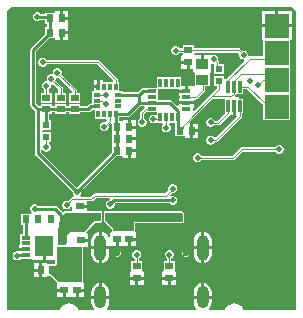
<source format=gbl>
G04*
G04 #@! TF.GenerationSoftware,Altium Limited,Altium Designer,24.4.1 (13)*
G04*
G04 Layer_Physical_Order=4*
G04 Layer_Color=16711680*
%FSLAX44Y44*%
%MOMM*%
G71*
G04*
G04 #@! TF.SameCoordinates,CC372D61-D2D5-4D84-A055-2445D59649BF*
G04*
G04*
G04 #@! TF.FilePolarity,Positive*
G04*
G01*
G75*
%ADD10C,0.2500*%
%ADD20R,0.6000X0.7000*%
%ADD21R,0.7000X0.6000*%
%ADD40R,0.6000X0.6000*%
%ADD41R,2.0000X2.0000*%
%ADD42C,0.1100*%
%ADD43C,0.1250*%
%ADD45C,0.6000*%
%ADD46O,1.0000X2.2000*%
%ADD47O,1.0000X1.9000*%
%ADD48C,0.5000*%
%ADD52R,0.6000X0.3000*%
%ADD53R,0.3000X0.6000*%
%ADD54R,1.0000X0.9000*%
%ADD55R,1.5500X1.7500*%
%ADD56R,0.8000X0.3000*%
%ADD57R,0.3000X0.8000*%
%ADD58R,0.8000X0.3000*%
%ADD59R,0.3000X0.9900*%
G36*
X969304Y834355D02*
X970833Y833333D01*
X971855Y831804D01*
X972205Y830044D01*
X972196Y830000D01*
Y580000D01*
X972165D01*
X972000Y579172D01*
X971531Y578469D01*
X970828Y578000D01*
X970000Y577835D01*
Y577804D01*
X928310D01*
X927643Y579413D01*
X926241Y581241D01*
X924413Y582643D01*
X922284Y583525D01*
X920000Y583825D01*
X920000Y583825D01*
X917716Y583525D01*
X915587Y582643D01*
X913759Y581241D01*
X912357Y579413D01*
X911691Y577804D01*
X898996D01*
X898564Y579074D01*
X898628Y579122D01*
X899836Y580698D01*
X900596Y582532D01*
X900855Y584500D01*
Y587730D01*
X893250D01*
X885645D01*
Y584500D01*
X885904Y582532D01*
X886664Y580698D01*
X887872Y579122D01*
X887936Y579074D01*
X887505Y577804D01*
X812495D01*
X812064Y579074D01*
X812128Y579122D01*
X813336Y580698D01*
X814096Y582532D01*
X814355Y584500D01*
Y587730D01*
X806750D01*
X799145D01*
Y584500D01*
X799404Y582532D01*
X800164Y580698D01*
X801372Y579122D01*
X801436Y579074D01*
X801004Y577804D01*
X788309D01*
X787643Y579413D01*
X786241Y581241D01*
X784413Y582643D01*
X782284Y583525D01*
X780000Y583825D01*
X777716Y583525D01*
X775587Y582643D01*
X773759Y581241D01*
X772357Y579413D01*
X771690Y577804D01*
X730000Y577804D01*
Y577835D01*
X729172Y578000D01*
X728469Y578469D01*
X728000Y579172D01*
X727835Y580000D01*
X727804D01*
Y830000D01*
X727795Y830044D01*
X728145Y831804D01*
X729167Y833333D01*
X730696Y834355D01*
X732456Y834705D01*
X732500Y834696D01*
X967500D01*
X967544Y834705D01*
X969304Y834355D01*
D02*
G37*
%LPC*%
G36*
X772730Y831040D02*
X768460D01*
Y830933D01*
X768250Y829750D01*
X767190Y829750D01*
X759750D01*
Y829090D01*
X756073D01*
X755443Y829720D01*
X754064Y830291D01*
X752573D01*
X751194Y829720D01*
X750139Y828665D01*
X749568Y827287D01*
Y825795D01*
X750139Y824417D01*
X751194Y823362D01*
X752573Y822791D01*
X754064D01*
X755443Y823362D01*
X756073Y823992D01*
X759750D01*
Y820250D01*
X761451D01*
Y817750D01*
X759750D01*
Y811855D01*
X748198Y800302D01*
X747645Y799475D01*
X747451Y798500D01*
Y752000D01*
X747645Y751024D01*
X748198Y750198D01*
X751451Y746944D01*
Y710678D01*
X751645Y709702D01*
X752198Y708875D01*
X783171Y677901D01*
Y677010D01*
X783742Y675632D01*
X784193Y675182D01*
X783667Y673912D01*
X783000D01*
X782268Y673766D01*
X781648Y673352D01*
X778958Y670662D01*
X778746Y670750D01*
X777254D01*
X775876Y670179D01*
X774821Y669124D01*
X774250Y667746D01*
Y666254D01*
X774821Y664876D01*
X775876Y663821D01*
X777254Y663250D01*
X778746D01*
X780124Y663821D01*
X781179Y664876D01*
X781750Y666254D01*
X782960Y666109D01*
Y661805D01*
X776612D01*
X776207Y661638D01*
X775784Y661523D01*
X775559Y661348D01*
X774273Y661280D01*
X769750Y665802D01*
X768923Y666355D01*
X767948Y666549D01*
X753754D01*
X753124Y667179D01*
X751746Y667750D01*
X750254D01*
X748876Y667179D01*
X747821Y666124D01*
X747250Y664746D01*
Y663254D01*
X747821Y661876D01*
X747823Y661873D01*
X747977Y661717D01*
X748460Y661040D01*
Y660933D01*
X748250Y659750D01*
X739750D01*
Y650250D01*
X741451D01*
Y642250D01*
X738750D01*
Y633540D01*
X737460D01*
Y630770D01*
X744000D01*
Y628230D01*
X737460D01*
Y628051D01*
X736912Y627685D01*
X735421D01*
X734042Y627114D01*
X732987Y626059D01*
X732416Y624681D01*
Y623189D01*
X732987Y621811D01*
X734042Y620756D01*
X735421Y620185D01*
X736912D01*
X738291Y620756D01*
X739285Y621750D01*
X748710D01*
Y620710D01*
X757730D01*
Y632000D01*
X760270D01*
Y620710D01*
X768647D01*
X768647Y617159D01*
X768238Y616750D01*
X761750Y616750D01*
X761540Y617933D01*
Y618040D01*
X757270D01*
Y612000D01*
Y605960D01*
X761540D01*
Y606067D01*
X761750Y607250D01*
X762810Y607250D01*
X764837D01*
X770277Y601810D01*
X769960Y600540D01*
X769960Y600331D01*
Y596270D01*
X776000D01*
Y595000D01*
X777270D01*
Y589460D01*
X785730D01*
Y595000D01*
X787000D01*
Y596270D01*
X793040D01*
Y600540D01*
X793040D01*
X792274Y601810D01*
X792353Y602000D01*
Y631460D01*
X796040D01*
Y635730D01*
X790000D01*
Y638270D01*
X796040D01*
Y642540D01*
X795933D01*
X795205Y642669D01*
X794907Y643861D01*
X802104Y652134D01*
X807000D01*
X807280Y652250D01*
X808250D01*
Y653239D01*
X808353Y653487D01*
Y660452D01*
X808250Y660701D01*
Y661750D01*
X807134D01*
X807000Y661805D01*
X795040D01*
Y664730D01*
X789000D01*
Y667270D01*
X795040D01*
Y670088D01*
X799000D01*
X799732Y670234D01*
X800352Y670648D01*
X802792Y673088D01*
X813940D01*
X814617Y671818D01*
X814254Y671250D01*
X812876Y670679D01*
X811821Y669624D01*
X811250Y668246D01*
Y666754D01*
X811821Y665376D01*
X812876Y664321D01*
X814254Y663750D01*
X815746D01*
X817124Y664321D01*
X818179Y665376D01*
X818750Y666754D01*
Y668149D01*
X819052Y668451D01*
X865246D01*
X865876Y667821D01*
X867254Y667250D01*
X868746D01*
X870124Y667821D01*
X871179Y668876D01*
X871750Y670254D01*
Y671746D01*
X871179Y673124D01*
X870124Y674179D01*
X868746Y674750D01*
X867254D01*
X866120Y674280D01*
X865803Y674304D01*
X865464Y674901D01*
X865420Y675717D01*
X867042Y677338D01*
X867254Y677250D01*
X868746D01*
X870124Y677821D01*
X871179Y678876D01*
X871750Y680254D01*
Y681746D01*
X871179Y683124D01*
X870124Y684179D01*
X868746Y684750D01*
X867254D01*
X865876Y684179D01*
X864821Y683124D01*
X864250Y681746D01*
Y680254D01*
X864338Y680042D01*
X861208Y676912D01*
X802000D01*
X801268Y676766D01*
X800648Y676352D01*
X798208Y673912D01*
X790176D01*
X789650Y675182D01*
X790100Y675632D01*
X790671Y677010D01*
Y678502D01*
X790652Y678548D01*
X820355Y708250D01*
X825250Y708250D01*
X825460Y707067D01*
Y706960D01*
X829730D01*
Y713000D01*
X831000D01*
Y714270D01*
X836540D01*
Y716960D01*
Y721730D01*
X831000D01*
Y724270D01*
X836540D01*
Y726960D01*
Y731730D01*
X831000D01*
Y733000D01*
X829730D01*
Y739040D01*
X825460D01*
Y738933D01*
X825250Y737750D01*
X823447Y737750D01*
X822717Y738480D01*
X822750Y739750D01*
X822750D01*
Y741451D01*
X829725D01*
X830701Y741645D01*
X831527Y742198D01*
X840281Y750951D01*
X843645D01*
X844028Y750146D01*
X844086Y749681D01*
X840702Y746298D01*
X840304Y745702D01*
X840165Y745000D01*
Y740299D01*
X839876Y740179D01*
X838821Y739124D01*
X838250Y737746D01*
Y736254D01*
X838821Y734876D01*
X839876Y733821D01*
X841254Y733250D01*
X842746D01*
X844124Y733821D01*
X845179Y734876D01*
X845750Y736254D01*
Y737746D01*
X845179Y739124D01*
X844124Y740179D01*
X843835Y740299D01*
Y744240D01*
X845345Y745750D01*
X854750D01*
Y743673D01*
X853480Y743122D01*
X852379Y743578D01*
X850887D01*
X849508Y743007D01*
X848454Y741952D01*
X847883Y740574D01*
Y739082D01*
X848454Y737704D01*
X849508Y736649D01*
X850887Y736078D01*
X852379D01*
X853480Y736534D01*
X854750Y736250D01*
Y736250D01*
X859233D01*
X859759Y734980D01*
X859220Y734441D01*
X858649Y733063D01*
Y731571D01*
X859220Y730193D01*
X860275Y729138D01*
X861654Y728567D01*
X863145D01*
X864524Y729138D01*
X865579Y730193D01*
X866149Y731571D01*
Y733063D01*
X865579Y734441D01*
X865040Y734980D01*
X865566Y736250D01*
X869951D01*
Y734750D01*
X869750D01*
Y725250D01*
X878250D01*
X878460Y724067D01*
Y723960D01*
X882730D01*
Y730000D01*
Y736040D01*
X882293D01*
X881807Y737213D01*
X901758Y757165D01*
X910986D01*
X912250Y757150D01*
Y744750D01*
X912250Y744750D01*
X912250D01*
X911537Y743811D01*
X905845Y738119D01*
X903595D01*
X903179Y739124D01*
X902124Y740179D01*
X900746Y740750D01*
X899254D01*
X897876Y740179D01*
X896821Y739124D01*
X896250Y737746D01*
Y736254D01*
X896821Y734876D01*
X897876Y733821D01*
X899254Y733250D01*
X900746D01*
X902124Y733821D01*
X902752Y734449D01*
X906605D01*
X907308Y734588D01*
X907903Y734986D01*
X916298Y743381D01*
X916350Y743460D01*
X918730D01*
Y750950D01*
X921270D01*
Y743460D01*
X921808D01*
X922335Y742190D01*
X904470Y724326D01*
X903179Y724124D01*
X902124Y725179D01*
X900746Y725750D01*
X899254D01*
X897876Y725179D01*
X896821Y724124D01*
X896250Y722746D01*
Y721254D01*
X896821Y719876D01*
X897876Y718821D01*
X899254Y718250D01*
X900746D01*
X902124Y718821D01*
X903179Y719876D01*
X903299Y720165D01*
X904740D01*
X905442Y720304D01*
X906038Y720702D01*
X926136Y740801D01*
X926534Y741396D01*
X926673Y742098D01*
Y744750D01*
X927750D01*
Y757150D01*
X924040D01*
Y758440D01*
X921230D01*
X920744Y759613D01*
X920928Y759797D01*
X921326Y760392D01*
X921416Y760850D01*
X927750D01*
Y765215D01*
X931190D01*
X943697Y752708D01*
X944292Y752310D01*
X944750Y752219D01*
Y738750D01*
X967250D01*
Y761250D01*
X967250D01*
Y761750D01*
X967250D01*
Y784250D01*
X967250D01*
Y784750D01*
X967250D01*
Y806460D01*
X968540D01*
Y817730D01*
X956000D01*
X943460D01*
Y806460D01*
X944750D01*
Y792835D01*
X933000D01*
X932923Y792820D01*
X932729Y792892D01*
X931788Y793708D01*
X931750Y793783D01*
Y794746D01*
X931179Y796124D01*
X930124Y797179D01*
X928746Y797750D01*
X927254D01*
X926965Y797630D01*
X925298Y799298D01*
X924702Y799696D01*
X924000Y799835D01*
X885750D01*
Y802250D01*
X876250D01*
Y799601D01*
X873921D01*
X873802Y799890D01*
X872747Y800945D01*
X871368Y801516D01*
X869877D01*
X868498Y800945D01*
X867443Y799890D01*
X866872Y798512D01*
Y797020D01*
X867443Y795641D01*
X868498Y794587D01*
X869877Y794016D01*
X871368D01*
X872747Y794587D01*
X873802Y795641D01*
X873921Y795930D01*
X876250D01*
Y793750D01*
X875067Y793540D01*
X874960D01*
Y789270D01*
X881000D01*
Y788000D01*
X882270D01*
Y782460D01*
X885460D01*
Y779710D01*
X885774D01*
X886750Y779000D01*
X886750Y778440D01*
Y768770D01*
X886750Y768516D01*
X886040Y767540D01*
X885209Y767540D01*
X880770D01*
Y763500D01*
X879500D01*
Y762230D01*
X872960D01*
Y759460D01*
X874250D01*
Y757540D01*
X872960D01*
Y754770D01*
X879500D01*
X886040D01*
Y756319D01*
X887312D01*
X888014Y756458D01*
X888610Y756856D01*
X894510Y762756D01*
X894907Y763351D01*
X895047Y764054D01*
Y767500D01*
X899250D01*
Y778440D01*
X899250Y779000D01*
X900226Y779710D01*
X900540D01*
Y786017D01*
X901706Y786796D01*
X902750Y786170D01*
Y777750D01*
X911250D01*
Y786250D01*
X906835D01*
Y787958D01*
X906695Y788661D01*
X906298Y789256D01*
X906250Y789304D01*
X906458Y789807D01*
Y791298D01*
X905887Y792677D01*
X904832Y793732D01*
X903454Y794303D01*
X901962D01*
X901700Y794194D01*
X900540Y793790D01*
X900540Y793790D01*
X900540Y793790D01*
X894270D01*
Y786750D01*
X891730D01*
Y793790D01*
X886713D01*
X885750Y793790D01*
X885750Y795267D01*
X886648Y796165D01*
X923240D01*
X924370Y795035D01*
X924250Y794746D01*
Y793254D01*
X924821Y791876D01*
X925876Y790821D01*
X927254Y790250D01*
X927859D01*
X928385Y788980D01*
X913708Y774303D01*
X913310Y773708D01*
X912353Y773500D01*
X911250Y774336D01*
Y776250D01*
X902750D01*
Y767750D01*
X905165D01*
Y765762D01*
X899700Y760298D01*
X886020Y746617D01*
X884750Y747143D01*
Y749460D01*
X886040D01*
Y752230D01*
X879500D01*
X872960D01*
Y751555D01*
X871787Y751069D01*
X867553Y755302D01*
X866726Y755855D01*
X865751Y756049D01*
X855750D01*
Y765250D01*
X872960D01*
Y764770D01*
X878230D01*
Y767540D01*
X875250D01*
Y775750D01*
X854750D01*
Y766250D01*
X845250D01*
Y766049D01*
X842784D01*
X841809Y765855D01*
X840982Y765302D01*
X838718Y763039D01*
X838666Y763049D01*
X825750D01*
Y763250D01*
X822750D01*
Y771250D01*
X821818D01*
Y772593D01*
X821678Y773295D01*
X821280Y773891D01*
X805873Y789298D01*
X805278Y789696D01*
X804575Y789835D01*
X761299D01*
X761179Y790124D01*
X760124Y791179D01*
X758746Y791750D01*
X757254D01*
X755876Y791179D01*
X754821Y790124D01*
X754250Y788746D01*
Y787254D01*
X754821Y785876D01*
X755876Y784821D01*
X757254Y784250D01*
X758746D01*
X760124Y784821D01*
X761179Y785876D01*
X761299Y786165D01*
X803815D01*
X817460Y772520D01*
X816934Y771250D01*
X809040D01*
Y772540D01*
X806270D01*
Y767000D01*
X805000D01*
Y765730D01*
X800960D01*
Y763250D01*
X799250D01*
Y753049D01*
X799096D01*
X798120Y752855D01*
X797293Y752302D01*
X795486Y750495D01*
X789750D01*
Y752250D01*
X780250D01*
Y750549D01*
X777750D01*
Y752250D01*
X768250D01*
Y750549D01*
X765750D01*
Y752250D01*
X756250D01*
Y750732D01*
X754980Y750625D01*
X752549Y753056D01*
Y797444D01*
X763355Y808250D01*
X768250Y808250D01*
X768460Y807067D01*
Y806960D01*
X772730D01*
Y813000D01*
X774000D01*
Y814270D01*
X779540D01*
Y818960D01*
Y823730D01*
X774000D01*
Y825000D01*
X772730D01*
Y831040D01*
D02*
G37*
G36*
X779540D02*
X775270D01*
Y826270D01*
X779540D01*
Y831040D01*
D02*
G37*
G36*
X968540Y831540D02*
X957270D01*
Y820270D01*
X968540D01*
Y831540D01*
D02*
G37*
G36*
X954730D02*
X943460D01*
Y820270D01*
X954730D01*
Y831540D01*
D02*
G37*
G36*
X779540Y811730D02*
X775270D01*
Y806960D01*
X779540D01*
Y811730D01*
D02*
G37*
G36*
X879730Y786730D02*
X874960D01*
Y782460D01*
X879730D01*
Y786730D01*
D02*
G37*
G36*
X803730Y772540D02*
X800960D01*
Y768270D01*
X803730D01*
Y772540D01*
D02*
G37*
G36*
X770746Y782750D02*
X769254D01*
X767876Y782179D01*
X766821Y781124D01*
X766250Y779746D01*
Y778916D01*
X765898Y778102D01*
X765084Y777750D01*
X764254D01*
X762876Y777179D01*
X761821Y776124D01*
X761250Y774746D01*
Y773254D01*
X761347Y773020D01*
X760498Y771750D01*
X760254D01*
X758876Y771179D01*
X757821Y770124D01*
X757250Y768746D01*
Y767254D01*
X757821Y765876D01*
X758876Y764821D01*
X759165Y764701D01*
Y762250D01*
X756250D01*
Y753750D01*
X765750D01*
Y762250D01*
X762835D01*
Y764701D01*
X763124Y764821D01*
X764179Y765876D01*
X764750Y767254D01*
Y768746D01*
X765614Y769679D01*
X766608Y769797D01*
X771165Y765240D01*
Y762250D01*
X768250D01*
Y753750D01*
X777750D01*
Y762250D01*
X774835D01*
Y766000D01*
X774696Y766702D01*
X774298Y767298D01*
X768630Y772965D01*
X768750Y773254D01*
Y774084D01*
X769102Y774898D01*
X769916Y775250D01*
X770746D01*
X771035Y775370D01*
X782885Y763520D01*
X782488Y762250D01*
X780250D01*
Y753750D01*
X789750D01*
Y762250D01*
X786835D01*
Y764000D01*
X786696Y764702D01*
X786298Y765298D01*
X773630Y777965D01*
X773750Y778254D01*
Y779746D01*
X773179Y781124D01*
X772124Y782179D01*
X770746Y782750D01*
D02*
G37*
G36*
X836540Y739040D02*
X832270D01*
Y734270D01*
X836540D01*
Y739040D01*
D02*
G37*
G36*
X889540Y736040D02*
X885270D01*
Y731270D01*
X889540D01*
Y736040D01*
D02*
G37*
G36*
Y728730D02*
X885270D01*
Y723960D01*
X889540D01*
Y728730D01*
D02*
G37*
G36*
X958737Y717926D02*
X957245D01*
X955867Y717355D01*
X954812Y716301D01*
X954693Y716012D01*
X926176D01*
X925474Y715872D01*
X924879Y715474D01*
X918240Y708835D01*
X892299D01*
X892179Y709124D01*
X891124Y710179D01*
X889746Y710750D01*
X888254D01*
X886876Y710179D01*
X885821Y709124D01*
X885250Y707746D01*
Y706254D01*
X885821Y704876D01*
X886876Y703821D01*
X888254Y703250D01*
X889746D01*
X891124Y703821D01*
X892179Y704876D01*
X892299Y705165D01*
X919000D01*
X919702Y705304D01*
X920298Y705702D01*
X926936Y712341D01*
X954693D01*
X954812Y712052D01*
X955867Y710997D01*
X957245Y710426D01*
X958737D01*
X960116Y710997D01*
X961171Y712052D01*
X961741Y713430D01*
Y714922D01*
X961171Y716301D01*
X960116Y717355D01*
X958737Y717926D01*
D02*
G37*
G36*
X836540Y711730D02*
X832270D01*
Y706960D01*
X836540D01*
Y711730D01*
D02*
G37*
G36*
X875630Y661793D02*
X811000D01*
X810897Y661750D01*
X809750D01*
Y660688D01*
X809647Y660440D01*
Y653568D01*
X809657Y653545D01*
X809648Y653522D01*
X809750Y653297D01*
Y652250D01*
X810429D01*
X816187Y646872D01*
Y645000D01*
X816203Y644962D01*
X815825Y643674D01*
X815067Y643540D01*
X814960D01*
Y640201D01*
X813690Y639948D01*
X813336Y640803D01*
X812128Y642378D01*
X810553Y643586D01*
X808718Y644346D01*
X808020Y644438D01*
Y632270D01*
X814847D01*
X814960Y632460D01*
X815625Y632460D01*
X819730D01*
Y638000D01*
X822270D01*
Y632460D01*
X829730D01*
Y638000D01*
X831000D01*
Y639270D01*
X837040D01*
Y643540D01*
X837040D01*
X836274Y644810D01*
X836353Y645000D01*
Y651552D01*
X876424D01*
X876894Y651747D01*
X877367Y651935D01*
X877371Y651945D01*
X877381Y651949D01*
X877576Y652418D01*
X877777Y652886D01*
X877874Y659516D01*
X877872Y659520D01*
X877874Y659525D01*
X877681Y660001D01*
X877492Y660478D01*
X877487Y660480D01*
X877485Y660485D01*
X876593Y661390D01*
X876589Y661392D01*
X876587Y661397D01*
X876112Y661593D01*
X875640Y661793D01*
X875635Y661791D01*
X875630Y661793D01*
D02*
G37*
G36*
X837040Y636730D02*
X832270D01*
Y632460D01*
X837040D01*
Y636730D01*
D02*
G37*
G36*
X894520Y644438D02*
Y632270D01*
X900855D01*
Y637000D01*
X900596Y638968D01*
X899836Y640803D01*
X898628Y642378D01*
X897053Y643586D01*
X895218Y644346D01*
X894520Y644438D01*
D02*
G37*
G36*
X891980Y644438D02*
X891282Y644346D01*
X889447Y643586D01*
X887872Y642378D01*
X886664Y640803D01*
X885904Y638968D01*
X885645Y637000D01*
Y632270D01*
X891980D01*
Y644438D01*
D02*
G37*
G36*
X805480D02*
X804782Y644346D01*
X802947Y643586D01*
X801372Y642378D01*
X800164Y640803D01*
X799404Y638968D01*
X799145Y637000D01*
Y632270D01*
X805480D01*
Y644438D01*
D02*
G37*
G36*
X879597Y629000D02*
X878403D01*
X877301Y628543D01*
X876457Y627699D01*
X876000Y626597D01*
Y625403D01*
X876457Y624301D01*
X877301Y623457D01*
X878403Y623000D01*
X879597D01*
X880699Y623457D01*
X881543Y624301D01*
X882000Y625403D01*
Y626597D01*
X881543Y627699D01*
X880699Y628543D01*
X879597Y629000D01*
D02*
G37*
G36*
X821597D02*
X820403D01*
X819301Y628543D01*
X818457Y627699D01*
X818000Y626597D01*
Y625403D01*
X818457Y624301D01*
X819301Y623457D01*
X820403Y623000D01*
X821597D01*
X822699Y623457D01*
X823543Y624301D01*
X824000Y625403D01*
Y626597D01*
X823543Y627699D01*
X822699Y628543D01*
X821597Y629000D01*
D02*
G37*
G36*
X900855Y629730D02*
X894520D01*
Y617562D01*
X895218Y617654D01*
X897053Y618414D01*
X898628Y619622D01*
X899836Y621197D01*
X900596Y623032D01*
X900855Y625000D01*
Y629730D01*
D02*
G37*
G36*
X814355D02*
X808020D01*
Y617562D01*
X808718Y617654D01*
X810553Y618414D01*
X812128Y619622D01*
X813336Y621197D01*
X814096Y623032D01*
X814355Y625000D01*
Y629730D01*
D02*
G37*
G36*
X891980D02*
X885645D01*
Y625000D01*
X885904Y623032D01*
X886664Y621197D01*
X887872Y619622D01*
X889447Y618414D01*
X891282Y617654D01*
X891980Y617562D01*
Y629730D01*
D02*
G37*
G36*
X805480D02*
X799145D01*
Y625000D01*
X799404Y623032D01*
X800164Y621197D01*
X801372Y619622D01*
X802947Y618414D01*
X804782Y617654D01*
X805480Y617562D01*
Y629730D01*
D02*
G37*
G36*
X754730Y618040D02*
X750460D01*
Y613270D01*
X754730D01*
Y618040D01*
D02*
G37*
G36*
X865739Y628867D02*
X864247D01*
X862869Y628296D01*
X861814Y627241D01*
X861243Y625863D01*
Y624371D01*
X861814Y622993D01*
X862869Y621938D01*
X863158Y621818D01*
Y619250D01*
X860250D01*
X860250Y610750D01*
X859067Y610540D01*
X858960D01*
Y606270D01*
X865000D01*
X871040D01*
Y610540D01*
X870933D01*
X869750Y610750D01*
X869750Y611810D01*
Y619250D01*
X866828D01*
Y621818D01*
X867117Y621938D01*
X868172Y622993D01*
X868743Y624371D01*
Y625863D01*
X868172Y627241D01*
X867117Y628296D01*
X865739Y628867D01*
D02*
G37*
G36*
X838246Y628750D02*
X836754D01*
X835376Y628179D01*
X834321Y627124D01*
X833750Y625746D01*
Y624254D01*
X834321Y622876D01*
X835376Y621821D01*
X835665Y621701D01*
Y619250D01*
X832750D01*
X832750Y610750D01*
X831567Y610540D01*
X831460D01*
Y606270D01*
X837500D01*
X843540D01*
Y610540D01*
X843433D01*
X842250Y610750D01*
X842250Y611810D01*
Y619250D01*
X839335D01*
Y621701D01*
X839624Y621821D01*
X840679Y622876D01*
X841250Y624254D01*
Y625746D01*
X840679Y627124D01*
X839624Y628179D01*
X838246Y628750D01*
D02*
G37*
G36*
X754730Y610730D02*
X750460D01*
Y605960D01*
X754730D01*
Y610730D01*
D02*
G37*
G36*
X871040Y603730D02*
X866270D01*
Y599460D01*
X871040D01*
Y603730D01*
D02*
G37*
G36*
X863730D02*
X858960D01*
Y599460D01*
X863730D01*
Y603730D01*
D02*
G37*
G36*
X843540Y603730D02*
X838770D01*
Y599460D01*
X843540D01*
Y603730D01*
D02*
G37*
G36*
X836230D02*
X831460D01*
Y599460D01*
X836230D01*
Y603730D01*
D02*
G37*
G36*
X894520Y600938D02*
Y590270D01*
X900855D01*
Y593500D01*
X900596Y595468D01*
X899836Y597303D01*
X898628Y598878D01*
X897053Y600086D01*
X895218Y600846D01*
X894520Y600938D01*
D02*
G37*
G36*
X808020D02*
Y590270D01*
X814355D01*
Y593500D01*
X814096Y595468D01*
X813336Y597303D01*
X812128Y598878D01*
X810553Y600086D01*
X808718Y600846D01*
X808020Y600938D01*
D02*
G37*
G36*
X891980Y600938D02*
X891282Y600846D01*
X889447Y600086D01*
X887872Y598878D01*
X886664Y597303D01*
X885904Y595468D01*
X885645Y593500D01*
Y590270D01*
X891980D01*
Y600938D01*
D02*
G37*
G36*
X805480D02*
X804782Y600846D01*
X802947Y600086D01*
X801372Y598878D01*
X800164Y597303D01*
X799404Y595468D01*
X799145Y593500D01*
Y590270D01*
X805480D01*
Y600938D01*
D02*
G37*
G36*
X793040Y593730D02*
X788270D01*
Y589460D01*
X793040D01*
Y593730D01*
D02*
G37*
G36*
X774730Y593730D02*
X769960D01*
Y589460D01*
X774730D01*
Y593730D01*
D02*
G37*
%LPD*%
G36*
X802250Y739750D02*
X811764D01*
X812290Y738480D01*
X810943Y737132D01*
X810654Y737252D01*
X809162D01*
X807783Y736681D01*
X806729Y735626D01*
X806158Y734248D01*
Y732756D01*
X806729Y731378D01*
X807783Y730323D01*
X809162Y729752D01*
X810654D01*
X812032Y730323D01*
X813087Y731378D01*
X813658Y732756D01*
Y734248D01*
X813538Y734537D01*
X815480Y736479D01*
X816750Y735953D01*
Y728250D01*
X816750D01*
Y727750D01*
X816750D01*
Y718250D01*
X816750D01*
Y717750D01*
X816750D01*
Y711855D01*
X786589Y681694D01*
X756549Y711733D01*
Y713628D01*
X757819Y713880D01*
X757821Y713876D01*
X758876Y712821D01*
X760254Y712250D01*
X761746D01*
X763124Y712821D01*
X764179Y713876D01*
X764750Y715254D01*
Y716746D01*
X764179Y718124D01*
X763124Y719179D01*
X762835Y719299D01*
Y720750D01*
X765250D01*
Y729250D01*
X758027Y729250D01*
X757584Y730000D01*
X758027Y730750D01*
X765250D01*
Y739250D01*
X763549D01*
Y743750D01*
X765750D01*
Y745451D01*
X768250D01*
Y743750D01*
X777750D01*
Y745451D01*
X780250D01*
Y743750D01*
X789750D01*
Y745397D01*
X796542D01*
X797517Y745591D01*
X798344Y746144D01*
X799950Y747750D01*
X802250D01*
Y739750D01*
D02*
G37*
G36*
X807000Y653487D02*
X801487D01*
X793316Y644093D01*
X781093D01*
X778000Y641000D01*
Y634573D01*
X770471D01*
Y646471D01*
X772000Y648000D01*
Y652736D01*
X772708Y653029D01*
X773270Y653149D01*
X774025Y652645D01*
X775000Y652451D01*
X775975Y652645D01*
X776802Y653198D01*
X777355Y654025D01*
X777549Y655000D01*
X777355Y655975D01*
X776802Y656802D01*
X775799Y657806D01*
Y658698D01*
X775703Y659183D01*
X776387Y660278D01*
X776612Y660452D01*
X807000D01*
Y653487D01*
D02*
G37*
G36*
X791000Y602000D02*
X772000D01*
X765000Y609000D01*
Y615000D01*
X768402D01*
X770000Y616598D01*
X770000Y624000D01*
Y631497D01*
X791000D01*
Y602000D01*
D02*
G37*
G36*
X876521Y659535D02*
X876424Y652905D01*
X835000D01*
Y645000D01*
X817540D01*
Y647460D01*
X811000Y653568D01*
Y660440D01*
X875630D01*
X876521Y659535D01*
D02*
G37*
D10*
X872500Y731500D02*
X874000Y730000D01*
X872500Y741500D02*
Y746751D01*
Y731500D02*
Y741500D01*
X750000Y752000D02*
Y798500D01*
X764000Y812500D01*
Y813000D02*
Y825000D01*
Y812500D02*
Y813000D01*
X796542Y747946D02*
X799096Y750500D01*
X785054Y747946D02*
X796542D01*
X799096Y750500D02*
X803500D01*
X821500Y760500D02*
X838666D01*
X839225Y759941D01*
X865751Y753500D02*
X872500Y746751D01*
X850500Y753500D02*
X865751D01*
X839225Y759941D02*
X842784Y763500D01*
X839225Y753500D02*
Y759941D01*
X842784Y763500D02*
X850500D01*
X829725Y744000D02*
X839225Y753500D01*
X820000Y744000D02*
X829725D01*
X839225Y753500D02*
X850500D01*
X821000Y712500D02*
Y713000D01*
X786921Y678421D02*
X821000Y712500D01*
X786921Y677756D02*
Y678421D01*
X821000Y723000D02*
Y733000D01*
Y713000D02*
Y723000D01*
X820000Y734000D02*
X821000Y733000D01*
X820000Y734000D02*
Y744000D01*
X762500Y826541D02*
Y826617D01*
X753318Y826541D02*
X762500D01*
X754000Y710678D02*
Y748000D01*
Y710678D02*
X786921Y677756D01*
X815000Y668003D02*
X817997Y671000D01*
X868000D01*
X815000Y667500D02*
Y668003D01*
X761000Y735000D02*
Y748000D01*
X773000D02*
X785000D01*
X761000D02*
X773000D01*
X754000D02*
X761000D01*
X750000Y752000D02*
X754000Y748000D01*
X744000Y639500D02*
Y655000D01*
X736166Y623935D02*
X736580Y624349D01*
X743849D02*
X744000Y624500D01*
X736580Y624349D02*
X743849D01*
X773250Y656750D02*
X775000Y655000D01*
X767948Y664000D02*
X773250Y658698D01*
X751000Y664000D02*
X767948D01*
X773250Y656750D02*
Y658698D01*
D20*
X764000Y813000D02*
D03*
X774000D02*
D03*
X821000Y733000D02*
D03*
X831000D02*
D03*
X821000Y723000D02*
D03*
X831000D02*
D03*
X821000Y713000D02*
D03*
X831000D02*
D03*
X764000Y825000D02*
D03*
X774000D02*
D03*
X744000Y655000D02*
D03*
X754000D02*
D03*
X874000Y730000D02*
D03*
X884000D02*
D03*
X766000Y612000D02*
D03*
X756000D02*
D03*
X775000Y655000D02*
D03*
X765000D02*
D03*
X804000Y657000D02*
D03*
X814000D02*
D03*
D21*
X785000Y748000D02*
D03*
Y758000D02*
D03*
X881000Y798000D02*
D03*
Y788000D02*
D03*
X773000Y758000D02*
D03*
Y748000D02*
D03*
X761000Y758000D02*
D03*
Y748000D02*
D03*
X821000Y638000D02*
D03*
Y648000D02*
D03*
X776000Y595000D02*
D03*
Y605000D02*
D03*
X787000Y595000D02*
D03*
Y605000D02*
D03*
X790000Y647000D02*
D03*
Y637000D02*
D03*
X789000Y656000D02*
D03*
Y666000D02*
D03*
X831000Y648000D02*
D03*
Y638000D02*
D03*
X865000Y605000D02*
D03*
Y615000D02*
D03*
X837500Y605000D02*
D03*
Y615000D02*
D03*
D40*
X907000Y772000D02*
D03*
Y782000D02*
D03*
X761000Y735000D02*
D03*
Y725000D02*
D03*
D41*
X956000Y750000D02*
D03*
Y773000D02*
D03*
Y819000D02*
D03*
Y796000D02*
D03*
D42*
X879846Y758154D02*
X887312D01*
X879500Y758500D02*
X879846Y758154D01*
X887312D02*
X893212Y764054D01*
X893000Y773250D02*
X893212Y773038D01*
Y764054D02*
Y773038D01*
X907000Y765002D02*
Y772000D01*
X900998Y759000D02*
X907000Y765002D01*
X900998Y759000D02*
X917535D01*
X905000Y784000D02*
X907000Y782000D01*
X902708Y790250D02*
Y790553D01*
X905000Y784000D02*
Y787958D01*
X902708Y790250D02*
X905000Y787958D01*
X770000Y779000D02*
X785000Y764000D01*
X940000Y769000D02*
X944000Y773000D01*
X956000D01*
X889000Y707000D02*
X919000D01*
X926176Y714176D01*
X957991D01*
X842000Y745000D02*
X845494Y748494D01*
X850494D02*
X850500Y748500D01*
X845494Y748494D02*
X850494D01*
X842000Y737000D02*
Y745000D01*
X857500Y740778D02*
Y741500D01*
X856550Y739828D02*
X857500Y740778D01*
X851633Y739828D02*
X856550D01*
X900716Y736284D02*
X906605D01*
X915000Y744679D02*
Y750950D01*
X906605Y736284D02*
X915000Y744679D01*
X900000Y737000D02*
X900716Y736284D01*
X924838Y750788D02*
X925000Y750950D01*
X904740Y722000D02*
X924838Y742098D01*
Y750788D01*
X900000Y722000D02*
X904740D01*
X917535Y759000D02*
X919630Y761094D01*
X950872Y778129D02*
X956000Y773000D01*
X925773Y778129D02*
X950872D01*
X920650Y773006D02*
X925773Y778129D01*
X920650Y767700D02*
Y773006D01*
X920000Y767050D02*
X920650Y767700D01*
X944994Y754006D02*
X951994D01*
X925000Y767050D02*
X931950D01*
X951994Y754006D02*
X956000Y750000D01*
X931950Y767050D02*
X944994Y754006D01*
X915006Y767056D02*
Y773006D01*
X933000Y791000D02*
X951000D01*
X915006Y773006D02*
X933000Y791000D01*
X915000Y767050D02*
X915006Y767056D01*
X951000Y791000D02*
X956000Y796000D01*
X928000Y794000D02*
X928000D01*
X924000Y798000D02*
X928000Y794000D01*
X874000Y730000D02*
X876316Y732316D01*
Y734318D02*
X900998Y759000D01*
X876316Y732316D02*
Y734318D01*
X919630Y766680D02*
X920000Y767050D01*
X919630Y761094D02*
Y766680D01*
X862450Y732367D02*
Y741450D01*
X862500Y741500D01*
X862399Y732317D02*
X862450Y732367D01*
X881000Y798000D02*
X924000D01*
X870622Y797766D02*
X880766D01*
X881000Y798000D01*
X761000Y758000D02*
Y768000D01*
X758000Y788000D02*
X804575D01*
X819983Y772593D01*
Y767017D02*
X820000Y767000D01*
X819983Y767017D02*
Y772593D01*
X809908Y733502D02*
X814701Y738295D01*
Y743701D02*
X815000Y744000D01*
X814701Y738295D02*
Y743701D01*
X810511Y752943D02*
X811567D01*
X808150Y755304D02*
X810511Y752943D01*
X803500Y755500D02*
X803696Y755304D01*
X808150D01*
X803720Y760280D02*
X811035D01*
X803500Y760500D02*
X803720Y760280D01*
X811035D02*
X811255Y760061D01*
X785000Y758000D02*
Y764000D01*
X761000Y716000D02*
Y725000D01*
X773000Y758000D02*
Y766000D01*
X765000Y774000D02*
X773000Y766000D01*
X864993Y615007D02*
Y625117D01*
Y615007D02*
X865000Y615000D01*
X837500D02*
Y625000D01*
D43*
X778000Y667000D02*
X783000Y672000D01*
X799000D01*
X802000Y675000D01*
X862000D01*
X868000Y681000D01*
D45*
X879000Y626000D02*
D03*
X821000D02*
D03*
D46*
X806750Y631000D02*
D03*
X893250D02*
D03*
D47*
Y589000D02*
D03*
X806750D02*
D03*
D48*
X902708Y790553D02*
D03*
X794000Y769000D02*
D03*
X770000Y779000D02*
D03*
X941001Y801000D02*
D03*
X951001Y661000D02*
D03*
X931001Y821000D02*
D03*
Y741000D02*
D03*
Y661000D02*
D03*
X921001Y641000D02*
D03*
X931001Y621000D02*
D03*
X901001Y601000D02*
D03*
X891001Y821000D02*
D03*
Y741000D02*
D03*
X881000Y721000D02*
D03*
Y601000D02*
D03*
X871000Y821000D02*
D03*
Y781000D02*
D03*
X861000Y761000D02*
D03*
X871000Y701000D02*
D03*
Y621000D02*
D03*
X851000Y821000D02*
D03*
X841000Y801000D02*
D03*
Y721000D02*
D03*
X851000Y701000D02*
D03*
X841000Y681000D02*
D03*
X831000Y821000D02*
D03*
X821000Y801000D02*
D03*
X831000Y701000D02*
D03*
X821000Y681000D02*
D03*
X831000Y621000D02*
D03*
X821000Y601000D02*
D03*
X811000Y821000D02*
D03*
X801000Y801000D02*
D03*
Y721000D02*
D03*
Y601000D02*
D03*
X791000Y821000D02*
D03*
X781000Y801000D02*
D03*
X791000Y781000D02*
D03*
Y741000D02*
D03*
X781000Y721000D02*
D03*
X791000Y701000D02*
D03*
X771000D02*
D03*
X751000D02*
D03*
X741000Y601000D02*
D03*
X895778Y729052D02*
D03*
X894000Y712000D02*
D03*
X933492Y772180D02*
D03*
X931492Y800180D02*
D03*
X862492Y801180D02*
D03*
X753492Y820180D02*
D03*
X764000Y782000D02*
D03*
X757000Y773000D02*
D03*
X858000Y726000D02*
D03*
X849000Y733000D02*
D03*
X805000Y728000D02*
D03*
X768000Y714000D02*
D03*
X787000Y686000D02*
D03*
X940000Y769000D02*
D03*
X889000Y707000D02*
D03*
X842000Y737000D02*
D03*
X851633Y739828D02*
D03*
X900000Y722000D02*
D03*
Y737000D02*
D03*
X928000Y794000D02*
D03*
X862399Y732317D02*
D03*
X870622Y797766D02*
D03*
X761000Y768000D02*
D03*
X758000Y788000D02*
D03*
X809908Y733502D02*
D03*
X811567Y752943D02*
D03*
X811255Y760061D02*
D03*
X753318Y826541D02*
D03*
X930342Y704750D02*
D03*
X786921Y677756D02*
D03*
X822500Y666000D02*
D03*
X761000Y716000D02*
D03*
X765000Y774000D02*
D03*
X764000Y626000D02*
D03*
X754000D02*
D03*
Y638000D02*
D03*
X868000Y681000D02*
D03*
Y671000D02*
D03*
X778000Y667000D02*
D03*
X856068Y621510D02*
D03*
X736166Y623935D02*
D03*
X764000Y638000D02*
D03*
X734977Y616068D02*
D03*
Y606068D02*
D03*
X950342Y679750D02*
D03*
X950000Y667500D02*
D03*
X950342Y729750D02*
D03*
Y699750D02*
D03*
Y689750D02*
D03*
X940342Y697250D02*
D03*
X892842Y662250D02*
D03*
X910342D02*
D03*
Y649750D02*
D03*
Y637250D02*
D03*
Y624750D02*
D03*
X962842Y637250D02*
D03*
Y647250D02*
D03*
X949832Y650642D02*
D03*
X950015Y634897D02*
D03*
X950381Y617869D02*
D03*
X936649Y605786D02*
D03*
X965000Y585000D02*
D03*
X945000D02*
D03*
X869720Y586750D02*
D03*
X827842Y587250D02*
D03*
X895342Y609750D02*
D03*
X880342D02*
D03*
X850000Y610000D02*
D03*
X815000D02*
D03*
X797842Y609750D02*
D03*
X747842Y584750D02*
D03*
X735000Y585000D02*
D03*
Y595000D02*
D03*
X734000Y647000D02*
D03*
Y663000D02*
D03*
Y677000D02*
D03*
X743271Y665627D02*
D03*
X892500Y675000D02*
D03*
Y685000D02*
D03*
Y695000D02*
D03*
X802500Y667500D02*
D03*
X815000D02*
D03*
X874000Y665000D02*
D03*
X844000Y623000D02*
D03*
X770771Y668127D02*
D03*
X751000Y664000D02*
D03*
X954000Y708000D02*
D03*
X957991Y714176D02*
D03*
X874000Y656000D02*
D03*
X831000Y665000D02*
D03*
X826000Y656000D02*
D03*
X863000Y686000D02*
D03*
X788000Y627000D02*
D03*
X782000D02*
D03*
X795000D02*
D03*
X734000Y630000D02*
D03*
X794916Y618525D02*
D03*
X864993Y625117D02*
D03*
X837500Y625000D02*
D03*
D52*
X803500Y760500D02*
D03*
Y755500D02*
D03*
Y750500D02*
D03*
X821500D02*
D03*
Y755500D02*
D03*
Y760500D02*
D03*
D53*
X805000Y744000D02*
D03*
X810000D02*
D03*
X815000D02*
D03*
X820000D02*
D03*
Y767000D02*
D03*
X815000D02*
D03*
X810000D02*
D03*
X805000D02*
D03*
D54*
X893000Y786750D02*
D03*
Y773250D02*
D03*
D55*
X759000Y632000D02*
D03*
D56*
X744000Y639500D02*
D03*
Y634500D02*
D03*
Y629500D02*
D03*
Y624500D02*
D03*
X774000D02*
D03*
Y629500D02*
D03*
Y634500D02*
D03*
Y639500D02*
D03*
D57*
X857500Y741500D02*
D03*
X862500D02*
D03*
X867500D02*
D03*
X872500D02*
D03*
Y770500D02*
D03*
X867500D02*
D03*
X862500D02*
D03*
X857500D02*
D03*
D58*
X879500Y748500D02*
D03*
Y753500D02*
D03*
Y758500D02*
D03*
Y763500D02*
D03*
X850500D02*
D03*
Y758500D02*
D03*
Y753500D02*
D03*
Y748500D02*
D03*
D59*
X925000Y750950D02*
D03*
X920000D02*
D03*
X915000D02*
D03*
Y767050D02*
D03*
X920000D02*
D03*
X925000D02*
D03*
M02*

</source>
